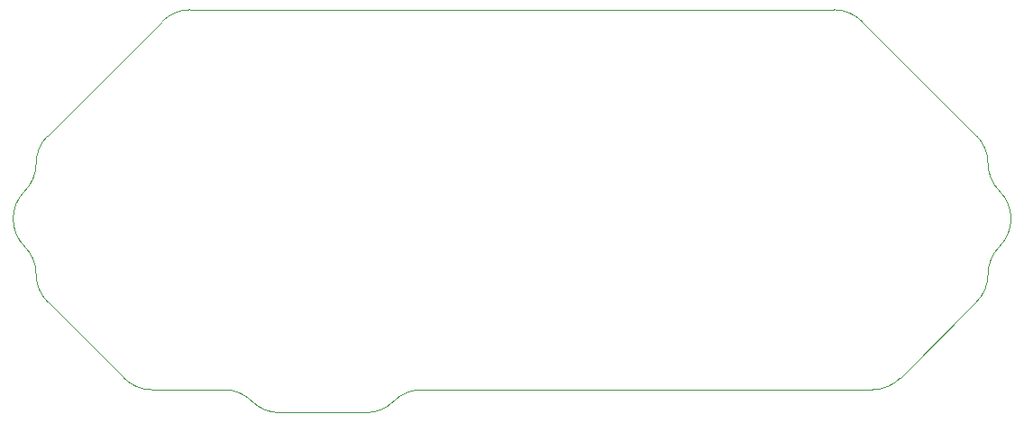
<source format=gbr>
G04 #@! TF.GenerationSoftware,KiCad,Pcbnew,(5.1.5-0-10_14)*
G04 #@! TF.CreationDate,2020-03-17T09:24:28-05:00*
G04 #@! TF.ProjectId,pulse,70756c73-652e-46b6-9963-61645f706362,rev?*
G04 #@! TF.SameCoordinates,Original*
G04 #@! TF.FileFunction,Profile,NP*
%FSLAX46Y46*%
G04 Gerber Fmt 4.6, Leading zero omitted, Abs format (unit mm)*
G04 Created by KiCad (PCBNEW (5.1.5-0-10_14)) date 2020-03-17 09:24:28*
%MOMM*%
%LPD*%
G04 APERTURE LIST*
%ADD10C,0.050000*%
G04 APERTURE END LIST*
D10*
X143891000Y-77035754D02*
X186238343Y-77035753D01*
X130557551Y-79193207D02*
X138682449Y-79193207D01*
X141286723Y-78114479D02*
G75*
G02X143891000Y-77035754I2604275J-2604278D01*
G01*
X141286724Y-78114480D02*
G75*
G02X138682449Y-79193207I-2604276J2604274D01*
G01*
X118561656Y-77035754D02*
X125349000Y-77035754D01*
X127953276Y-78114480D02*
G75*
G03X130557551Y-79193207I2604276J2604274D01*
G01*
X127953276Y-78114480D02*
G75*
G03X125349000Y-77035754I-2604275J-2604276D01*
G01*
X122155305Y-41293692D02*
X182644693Y-41293692D01*
X115957381Y-75957027D02*
G75*
G03X118561656Y-77035754I2604276J2604274D01*
G01*
X107694453Y-66168547D02*
G75*
G03X108773178Y-68772822I3683001J-1D01*
G01*
X107694452Y-66168548D02*
G75*
G03X106615726Y-63564274I-3683000J0D01*
G01*
X119551032Y-42372420D02*
G75*
G02X122155305Y-41293692I2604276J-2604272D01*
G01*
X106615726Y-58355726D02*
G75*
G03X107694452Y-55751452I-2604274J2604274D01*
G01*
X107695999Y-55753000D02*
G75*
G02X108774725Y-53148725I3683001J0D01*
G01*
X106615726Y-58355726D02*
G75*
G03X106615726Y-63564274I2604274J-2604274D01*
G01*
X115957383Y-75957027D02*
X108773178Y-68772822D01*
X119551033Y-42372416D02*
X108774725Y-53148725D01*
X185248967Y-42372418D02*
X196025274Y-53148726D01*
X185248967Y-42372418D02*
G75*
G03X182644693Y-41293692I-2604274J-2604274D01*
G01*
X197104000Y-55753000D02*
G75*
G03X196025274Y-53148726I-3683000J0D01*
G01*
X188842617Y-75957027D02*
X196026822Y-68772822D01*
X188842617Y-75957027D02*
G75*
G02X186238343Y-77035753I-2604274J2604274D01*
G01*
X197105548Y-66168548D02*
G75*
G02X196026822Y-68772822I-3683000J0D01*
G01*
X197105548Y-66168548D02*
G75*
G02X198184274Y-63564274I3683000J0D01*
G01*
X198184274Y-58355726D02*
G75*
G02X197105548Y-55751452I2604274J2604274D01*
G01*
X198184274Y-58355726D02*
G75*
G02X198184274Y-63564274I-2604274J-2604274D01*
G01*
M02*

</source>
